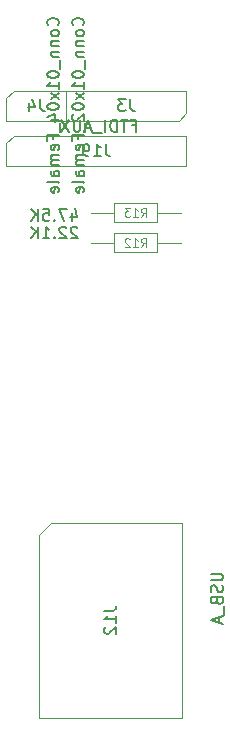
<source format=gbr>
G04 #@! TF.GenerationSoftware,KiCad,Pcbnew,(5.0.1)-4*
G04 #@! TF.CreationDate,2019-08-26T10:27:06+03:00*
G04 #@! TF.ProjectId,CP2102-breakout,4350323130322D627265616B6F75742E,rev?*
G04 #@! TF.SameCoordinates,Original*
G04 #@! TF.FileFunction,Other,Fab,Bot*
%FSLAX46Y46*%
G04 Gerber Fmt 4.6, Leading zero omitted, Abs format (unit mm)*
G04 Created by KiCad (PCBNEW (5.0.1)-4) date 26/08/2019 10:27:06*
%MOMM*%
%LPD*%
G01*
G04 APERTURE LIST*
%ADD10C,0.100000*%
%ADD11C,0.150000*%
%ADD12C,0.108000*%
G04 APERTURE END LIST*
D10*
G04 #@! TO.C,J12*
X39650000Y-49040000D02*
X39650000Y-64540000D01*
X39650000Y-64540000D02*
X51750000Y-64540000D01*
X51750000Y-64540000D02*
X51750000Y-48040000D01*
X51750000Y-48040000D02*
X40650000Y-48040000D01*
X40650000Y-48040000D02*
X39650000Y-49040000D01*
G04 #@! TO.C,J4*
X36830000Y-12065000D02*
X36830000Y-13970000D01*
X36830000Y-13970000D02*
X41910000Y-13970000D01*
X41910000Y-13970000D02*
X41910000Y-11430000D01*
X41910000Y-11430000D02*
X37465000Y-11430000D01*
X37465000Y-11430000D02*
X36830000Y-12065000D01*
G04 #@! TO.C,J3*
X52070000Y-13335000D02*
X52070000Y-11430000D01*
X52070000Y-11430000D02*
X41910000Y-11430000D01*
X41910000Y-11430000D02*
X41910000Y-13970000D01*
X41910000Y-13970000D02*
X51435000Y-13970000D01*
X51435000Y-13970000D02*
X52070000Y-13335000D01*
G04 #@! TO.C,J19*
X37465000Y-15240000D02*
X36830000Y-15875000D01*
X52070000Y-15240000D02*
X37465000Y-15240000D01*
X52070000Y-17780000D02*
X52070000Y-15240000D01*
X36830000Y-17780000D02*
X52070000Y-17780000D01*
X36830000Y-15875000D02*
X36830000Y-17780000D01*
G04 #@! TO.C,R13*
X51600000Y-21780000D02*
X49590000Y-21780000D01*
X43980000Y-21780000D02*
X45990000Y-21780000D01*
X49590000Y-22580000D02*
X45990000Y-22580000D01*
X49590000Y-20980000D02*
X49590000Y-22580000D01*
X45990000Y-20980000D02*
X49590000Y-20980000D01*
X45990000Y-22580000D02*
X45990000Y-20980000D01*
G04 #@! TO.C,R12*
X51600000Y-24320000D02*
X49590000Y-24320000D01*
X43980000Y-24320000D02*
X45990000Y-24320000D01*
X49590000Y-25120000D02*
X45990000Y-25120000D01*
X49590000Y-23520000D02*
X49590000Y-25120000D01*
X45990000Y-23520000D02*
X49590000Y-23520000D01*
X45990000Y-25120000D02*
X45990000Y-23520000D01*
G04 #@! TD*
G04 #@! TO.C,J12*
D11*
X54172380Y-52323571D02*
X54981904Y-52323571D01*
X55077142Y-52371190D01*
X55124761Y-52418809D01*
X55172380Y-52514047D01*
X55172380Y-52704523D01*
X55124761Y-52799761D01*
X55077142Y-52847380D01*
X54981904Y-52895000D01*
X54172380Y-52895000D01*
X55124761Y-53323571D02*
X55172380Y-53466428D01*
X55172380Y-53704523D01*
X55124761Y-53799761D01*
X55077142Y-53847380D01*
X54981904Y-53895000D01*
X54886666Y-53895000D01*
X54791428Y-53847380D01*
X54743809Y-53799761D01*
X54696190Y-53704523D01*
X54648571Y-53514047D01*
X54600952Y-53418809D01*
X54553333Y-53371190D01*
X54458095Y-53323571D01*
X54362857Y-53323571D01*
X54267619Y-53371190D01*
X54220000Y-53418809D01*
X54172380Y-53514047D01*
X54172380Y-53752142D01*
X54220000Y-53895000D01*
X54648571Y-54656904D02*
X54696190Y-54799761D01*
X54743809Y-54847380D01*
X54839047Y-54895000D01*
X54981904Y-54895000D01*
X55077142Y-54847380D01*
X55124761Y-54799761D01*
X55172380Y-54704523D01*
X55172380Y-54323571D01*
X54172380Y-54323571D01*
X54172380Y-54656904D01*
X54220000Y-54752142D01*
X54267619Y-54799761D01*
X54362857Y-54847380D01*
X54458095Y-54847380D01*
X54553333Y-54799761D01*
X54600952Y-54752142D01*
X54648571Y-54656904D01*
X54648571Y-54323571D01*
X55267619Y-55085476D02*
X55267619Y-55847380D01*
X54886666Y-56037857D02*
X54886666Y-56514047D01*
X55172380Y-55942619D02*
X54172380Y-56275952D01*
X55172380Y-56609285D01*
X45152380Y-55480476D02*
X45866666Y-55480476D01*
X46009523Y-55432857D01*
X46104761Y-55337619D01*
X46152380Y-55194761D01*
X46152380Y-55099523D01*
X46152380Y-56480476D02*
X46152380Y-55909047D01*
X46152380Y-56194761D02*
X45152380Y-56194761D01*
X45295238Y-56099523D01*
X45390476Y-56004285D01*
X45438095Y-55909047D01*
X45247619Y-56861428D02*
X45200000Y-56909047D01*
X45152380Y-57004285D01*
X45152380Y-57242380D01*
X45200000Y-57337619D01*
X45247619Y-57385238D01*
X45342857Y-57432857D01*
X45438095Y-57432857D01*
X45580952Y-57385238D01*
X46152380Y-56813809D01*
X46152380Y-57432857D01*
G04 #@! TO.C,J4*
X43327142Y-5914285D02*
X43374761Y-5866666D01*
X43422380Y-5723809D01*
X43422380Y-5628571D01*
X43374761Y-5485714D01*
X43279523Y-5390476D01*
X43184285Y-5342857D01*
X42993809Y-5295238D01*
X42850952Y-5295238D01*
X42660476Y-5342857D01*
X42565238Y-5390476D01*
X42470000Y-5485714D01*
X42422380Y-5628571D01*
X42422380Y-5723809D01*
X42470000Y-5866666D01*
X42517619Y-5914285D01*
X43422380Y-6485714D02*
X43374761Y-6390476D01*
X43327142Y-6342857D01*
X43231904Y-6295238D01*
X42946190Y-6295238D01*
X42850952Y-6342857D01*
X42803333Y-6390476D01*
X42755714Y-6485714D01*
X42755714Y-6628571D01*
X42803333Y-6723809D01*
X42850952Y-6771428D01*
X42946190Y-6819047D01*
X43231904Y-6819047D01*
X43327142Y-6771428D01*
X43374761Y-6723809D01*
X43422380Y-6628571D01*
X43422380Y-6485714D01*
X42755714Y-7247619D02*
X43422380Y-7247619D01*
X42850952Y-7247619D02*
X42803333Y-7295238D01*
X42755714Y-7390476D01*
X42755714Y-7533333D01*
X42803333Y-7628571D01*
X42898571Y-7676190D01*
X43422380Y-7676190D01*
X42755714Y-8152380D02*
X43422380Y-8152380D01*
X42850952Y-8152380D02*
X42803333Y-8200000D01*
X42755714Y-8295238D01*
X42755714Y-8438095D01*
X42803333Y-8533333D01*
X42898571Y-8580952D01*
X43422380Y-8580952D01*
X43517619Y-8819047D02*
X43517619Y-9580952D01*
X42422380Y-10009523D02*
X42422380Y-10104761D01*
X42470000Y-10200000D01*
X42517619Y-10247619D01*
X42612857Y-10295238D01*
X42803333Y-10342857D01*
X43041428Y-10342857D01*
X43231904Y-10295238D01*
X43327142Y-10247619D01*
X43374761Y-10200000D01*
X43422380Y-10104761D01*
X43422380Y-10009523D01*
X43374761Y-9914285D01*
X43327142Y-9866666D01*
X43231904Y-9819047D01*
X43041428Y-9771428D01*
X42803333Y-9771428D01*
X42612857Y-9819047D01*
X42517619Y-9866666D01*
X42470000Y-9914285D01*
X42422380Y-10009523D01*
X43422380Y-11295238D02*
X43422380Y-10723809D01*
X43422380Y-11009523D02*
X42422380Y-11009523D01*
X42565238Y-10914285D01*
X42660476Y-10819047D01*
X42708095Y-10723809D01*
X43422380Y-11628571D02*
X42755714Y-12152380D01*
X42755714Y-11628571D02*
X43422380Y-12152380D01*
X42422380Y-12723809D02*
X42422380Y-12819047D01*
X42470000Y-12914285D01*
X42517619Y-12961904D01*
X42612857Y-13009523D01*
X42803333Y-13057142D01*
X43041428Y-13057142D01*
X43231904Y-13009523D01*
X43327142Y-12961904D01*
X43374761Y-12914285D01*
X43422380Y-12819047D01*
X43422380Y-12723809D01*
X43374761Y-12628571D01*
X43327142Y-12580952D01*
X43231904Y-12533333D01*
X43041428Y-12485714D01*
X42803333Y-12485714D01*
X42612857Y-12533333D01*
X42517619Y-12580952D01*
X42470000Y-12628571D01*
X42422380Y-12723809D01*
X42517619Y-13438095D02*
X42470000Y-13485714D01*
X42422380Y-13580952D01*
X42422380Y-13819047D01*
X42470000Y-13914285D01*
X42517619Y-13961904D01*
X42612857Y-14009523D01*
X42708095Y-14009523D01*
X42850952Y-13961904D01*
X43422380Y-13390476D01*
X43422380Y-14009523D01*
X43517619Y-14200000D02*
X43517619Y-14961904D01*
X42898571Y-15533333D02*
X42898571Y-15200000D01*
X43422380Y-15200000D02*
X42422380Y-15200000D01*
X42422380Y-15676190D01*
X43374761Y-16438095D02*
X43422380Y-16342857D01*
X43422380Y-16152380D01*
X43374761Y-16057142D01*
X43279523Y-16009523D01*
X42898571Y-16009523D01*
X42803333Y-16057142D01*
X42755714Y-16152380D01*
X42755714Y-16342857D01*
X42803333Y-16438095D01*
X42898571Y-16485714D01*
X42993809Y-16485714D01*
X43089047Y-16009523D01*
X43422380Y-16914285D02*
X42755714Y-16914285D01*
X42850952Y-16914285D02*
X42803333Y-16961904D01*
X42755714Y-17057142D01*
X42755714Y-17200000D01*
X42803333Y-17295238D01*
X42898571Y-17342857D01*
X43422380Y-17342857D01*
X42898571Y-17342857D02*
X42803333Y-17390476D01*
X42755714Y-17485714D01*
X42755714Y-17628571D01*
X42803333Y-17723809D01*
X42898571Y-17771428D01*
X43422380Y-17771428D01*
X43422380Y-18676190D02*
X42898571Y-18676190D01*
X42803333Y-18628571D01*
X42755714Y-18533333D01*
X42755714Y-18342857D01*
X42803333Y-18247619D01*
X43374761Y-18676190D02*
X43422380Y-18580952D01*
X43422380Y-18342857D01*
X43374761Y-18247619D01*
X43279523Y-18200000D01*
X43184285Y-18200000D01*
X43089047Y-18247619D01*
X43041428Y-18342857D01*
X43041428Y-18580952D01*
X42993809Y-18676190D01*
X43422380Y-19295238D02*
X43374761Y-19200000D01*
X43279523Y-19152380D01*
X42422380Y-19152380D01*
X43374761Y-20057142D02*
X43422380Y-19961904D01*
X43422380Y-19771428D01*
X43374761Y-19676190D01*
X43279523Y-19628571D01*
X42898571Y-19628571D01*
X42803333Y-19676190D01*
X42755714Y-19771428D01*
X42755714Y-19961904D01*
X42803333Y-20057142D01*
X42898571Y-20104761D01*
X42993809Y-20104761D01*
X43089047Y-19628571D01*
X39703333Y-12152380D02*
X39703333Y-12866666D01*
X39750952Y-13009523D01*
X39846190Y-13104761D01*
X39989047Y-13152380D01*
X40084285Y-13152380D01*
X38798571Y-12485714D02*
X38798571Y-13152380D01*
X39036666Y-12104761D02*
X39274761Y-12819047D01*
X38655714Y-12819047D01*
G04 #@! TO.C,J3*
X41207142Y-5914285D02*
X41254761Y-5866666D01*
X41302380Y-5723809D01*
X41302380Y-5628571D01*
X41254761Y-5485714D01*
X41159523Y-5390476D01*
X41064285Y-5342857D01*
X40873809Y-5295238D01*
X40730952Y-5295238D01*
X40540476Y-5342857D01*
X40445238Y-5390476D01*
X40350000Y-5485714D01*
X40302380Y-5628571D01*
X40302380Y-5723809D01*
X40350000Y-5866666D01*
X40397619Y-5914285D01*
X41302380Y-6485714D02*
X41254761Y-6390476D01*
X41207142Y-6342857D01*
X41111904Y-6295238D01*
X40826190Y-6295238D01*
X40730952Y-6342857D01*
X40683333Y-6390476D01*
X40635714Y-6485714D01*
X40635714Y-6628571D01*
X40683333Y-6723809D01*
X40730952Y-6771428D01*
X40826190Y-6819047D01*
X41111904Y-6819047D01*
X41207142Y-6771428D01*
X41254761Y-6723809D01*
X41302380Y-6628571D01*
X41302380Y-6485714D01*
X40635714Y-7247619D02*
X41302380Y-7247619D01*
X40730952Y-7247619D02*
X40683333Y-7295238D01*
X40635714Y-7390476D01*
X40635714Y-7533333D01*
X40683333Y-7628571D01*
X40778571Y-7676190D01*
X41302380Y-7676190D01*
X40635714Y-8152380D02*
X41302380Y-8152380D01*
X40730952Y-8152380D02*
X40683333Y-8200000D01*
X40635714Y-8295238D01*
X40635714Y-8438095D01*
X40683333Y-8533333D01*
X40778571Y-8580952D01*
X41302380Y-8580952D01*
X41397619Y-8819047D02*
X41397619Y-9580952D01*
X40302380Y-10009523D02*
X40302380Y-10104761D01*
X40350000Y-10200000D01*
X40397619Y-10247619D01*
X40492857Y-10295238D01*
X40683333Y-10342857D01*
X40921428Y-10342857D01*
X41111904Y-10295238D01*
X41207142Y-10247619D01*
X41254761Y-10200000D01*
X41302380Y-10104761D01*
X41302380Y-10009523D01*
X41254761Y-9914285D01*
X41207142Y-9866666D01*
X41111904Y-9819047D01*
X40921428Y-9771428D01*
X40683333Y-9771428D01*
X40492857Y-9819047D01*
X40397619Y-9866666D01*
X40350000Y-9914285D01*
X40302380Y-10009523D01*
X41302380Y-11295238D02*
X41302380Y-10723809D01*
X41302380Y-11009523D02*
X40302380Y-11009523D01*
X40445238Y-10914285D01*
X40540476Y-10819047D01*
X40588095Y-10723809D01*
X41302380Y-11628571D02*
X40635714Y-12152380D01*
X40635714Y-11628571D02*
X41302380Y-12152380D01*
X40302380Y-12723809D02*
X40302380Y-12819047D01*
X40350000Y-12914285D01*
X40397619Y-12961904D01*
X40492857Y-13009523D01*
X40683333Y-13057142D01*
X40921428Y-13057142D01*
X41111904Y-13009523D01*
X41207142Y-12961904D01*
X41254761Y-12914285D01*
X41302380Y-12819047D01*
X41302380Y-12723809D01*
X41254761Y-12628571D01*
X41207142Y-12580952D01*
X41111904Y-12533333D01*
X40921428Y-12485714D01*
X40683333Y-12485714D01*
X40492857Y-12533333D01*
X40397619Y-12580952D01*
X40350000Y-12628571D01*
X40302380Y-12723809D01*
X40635714Y-13914285D02*
X41302380Y-13914285D01*
X40254761Y-13676190D02*
X40969047Y-13438095D01*
X40969047Y-14057142D01*
X41397619Y-14200000D02*
X41397619Y-14961904D01*
X40778571Y-15533333D02*
X40778571Y-15200000D01*
X41302380Y-15200000D02*
X40302380Y-15200000D01*
X40302380Y-15676190D01*
X41254761Y-16438095D02*
X41302380Y-16342857D01*
X41302380Y-16152380D01*
X41254761Y-16057142D01*
X41159523Y-16009523D01*
X40778571Y-16009523D01*
X40683333Y-16057142D01*
X40635714Y-16152380D01*
X40635714Y-16342857D01*
X40683333Y-16438095D01*
X40778571Y-16485714D01*
X40873809Y-16485714D01*
X40969047Y-16009523D01*
X41302380Y-16914285D02*
X40635714Y-16914285D01*
X40730952Y-16914285D02*
X40683333Y-16961904D01*
X40635714Y-17057142D01*
X40635714Y-17200000D01*
X40683333Y-17295238D01*
X40778571Y-17342857D01*
X41302380Y-17342857D01*
X40778571Y-17342857D02*
X40683333Y-17390476D01*
X40635714Y-17485714D01*
X40635714Y-17628571D01*
X40683333Y-17723809D01*
X40778571Y-17771428D01*
X41302380Y-17771428D01*
X41302380Y-18676190D02*
X40778571Y-18676190D01*
X40683333Y-18628571D01*
X40635714Y-18533333D01*
X40635714Y-18342857D01*
X40683333Y-18247619D01*
X41254761Y-18676190D02*
X41302380Y-18580952D01*
X41302380Y-18342857D01*
X41254761Y-18247619D01*
X41159523Y-18200000D01*
X41064285Y-18200000D01*
X40969047Y-18247619D01*
X40921428Y-18342857D01*
X40921428Y-18580952D01*
X40873809Y-18676190D01*
X41302380Y-19295238D02*
X41254761Y-19200000D01*
X41159523Y-19152380D01*
X40302380Y-19152380D01*
X41254761Y-20057142D02*
X41302380Y-19961904D01*
X41302380Y-19771428D01*
X41254761Y-19676190D01*
X41159523Y-19628571D01*
X40778571Y-19628571D01*
X40683333Y-19676190D01*
X40635714Y-19771428D01*
X40635714Y-19961904D01*
X40683333Y-20057142D01*
X40778571Y-20104761D01*
X40873809Y-20104761D01*
X40969047Y-19628571D01*
X47323333Y-12152380D02*
X47323333Y-12866666D01*
X47370952Y-13009523D01*
X47466190Y-13104761D01*
X47609047Y-13152380D01*
X47704285Y-13152380D01*
X46942380Y-12152380D02*
X46323333Y-12152380D01*
X46656666Y-12533333D01*
X46513809Y-12533333D01*
X46418571Y-12580952D01*
X46370952Y-12628571D01*
X46323333Y-12723809D01*
X46323333Y-12961904D01*
X46370952Y-13057142D01*
X46418571Y-13104761D01*
X46513809Y-13152380D01*
X46799523Y-13152380D01*
X46894761Y-13104761D01*
X46942380Y-13057142D01*
G04 #@! TO.C,J19*
X47495714Y-14378571D02*
X47829047Y-14378571D01*
X47829047Y-14902380D02*
X47829047Y-13902380D01*
X47352857Y-13902380D01*
X47114761Y-13902380D02*
X46543333Y-13902380D01*
X46829047Y-14902380D02*
X46829047Y-13902380D01*
X46210000Y-14902380D02*
X46210000Y-13902380D01*
X45971904Y-13902380D01*
X45829047Y-13950000D01*
X45733809Y-14045238D01*
X45686190Y-14140476D01*
X45638571Y-14330952D01*
X45638571Y-14473809D01*
X45686190Y-14664285D01*
X45733809Y-14759523D01*
X45829047Y-14854761D01*
X45971904Y-14902380D01*
X46210000Y-14902380D01*
X45210000Y-14902380D02*
X45210000Y-13902380D01*
X44971904Y-14997619D02*
X44210000Y-14997619D01*
X44019523Y-14616666D02*
X43543333Y-14616666D01*
X44114761Y-14902380D02*
X43781428Y-13902380D01*
X43448095Y-14902380D01*
X43114761Y-13902380D02*
X43114761Y-14711904D01*
X43067142Y-14807142D01*
X43019523Y-14854761D01*
X42924285Y-14902380D01*
X42733809Y-14902380D01*
X42638571Y-14854761D01*
X42590952Y-14807142D01*
X42543333Y-14711904D01*
X42543333Y-13902380D01*
X42162380Y-13902380D02*
X41495714Y-14902380D01*
X41495714Y-13902380D02*
X42162380Y-14902380D01*
X45259523Y-15962380D02*
X45259523Y-16676666D01*
X45307142Y-16819523D01*
X45402380Y-16914761D01*
X45545238Y-16962380D01*
X45640476Y-16962380D01*
X44259523Y-16962380D02*
X44830952Y-16962380D01*
X44545238Y-16962380D02*
X44545238Y-15962380D01*
X44640476Y-16105238D01*
X44735714Y-16200476D01*
X44830952Y-16248095D01*
X43783333Y-16962380D02*
X43592857Y-16962380D01*
X43497619Y-16914761D01*
X43450000Y-16867142D01*
X43354761Y-16724285D01*
X43307142Y-16533809D01*
X43307142Y-16152857D01*
X43354761Y-16057619D01*
X43402380Y-16010000D01*
X43497619Y-15962380D01*
X43688095Y-15962380D01*
X43783333Y-16010000D01*
X43830952Y-16057619D01*
X43878571Y-16152857D01*
X43878571Y-16390952D01*
X43830952Y-16486190D01*
X43783333Y-16533809D01*
X43688095Y-16581428D01*
X43497619Y-16581428D01*
X43402380Y-16533809D01*
X43354761Y-16486190D01*
X43307142Y-16390952D01*
G04 #@! TO.C,R13*
X42400000Y-21785714D02*
X42400000Y-22452380D01*
X42638095Y-21404761D02*
X42876190Y-22119047D01*
X42257142Y-22119047D01*
X41971428Y-21452380D02*
X41304761Y-21452380D01*
X41733333Y-22452380D01*
X40923809Y-22357142D02*
X40876190Y-22404761D01*
X40923809Y-22452380D01*
X40971428Y-22404761D01*
X40923809Y-22357142D01*
X40923809Y-22452380D01*
X39971428Y-21452380D02*
X40447619Y-21452380D01*
X40495238Y-21928571D01*
X40447619Y-21880952D01*
X40352380Y-21833333D01*
X40114285Y-21833333D01*
X40019047Y-21880952D01*
X39971428Y-21928571D01*
X39923809Y-22023809D01*
X39923809Y-22261904D01*
X39971428Y-22357142D01*
X40019047Y-22404761D01*
X40114285Y-22452380D01*
X40352380Y-22452380D01*
X40447619Y-22404761D01*
X40495238Y-22357142D01*
X39495238Y-22452380D02*
X39495238Y-21452380D01*
X38923809Y-22452380D02*
X39352380Y-21880952D01*
X38923809Y-21452380D02*
X39495238Y-22023809D01*
D12*
X48252857Y-22105714D02*
X48492857Y-21762857D01*
X48664285Y-22105714D02*
X48664285Y-21385714D01*
X48390000Y-21385714D01*
X48321428Y-21420000D01*
X48287142Y-21454285D01*
X48252857Y-21522857D01*
X48252857Y-21625714D01*
X48287142Y-21694285D01*
X48321428Y-21728571D01*
X48390000Y-21762857D01*
X48664285Y-21762857D01*
X47567142Y-22105714D02*
X47978571Y-22105714D01*
X47772857Y-22105714D02*
X47772857Y-21385714D01*
X47841428Y-21488571D01*
X47910000Y-21557142D01*
X47978571Y-21591428D01*
X47327142Y-21385714D02*
X46881428Y-21385714D01*
X47121428Y-21660000D01*
X47018571Y-21660000D01*
X46950000Y-21694285D01*
X46915714Y-21728571D01*
X46881428Y-21797142D01*
X46881428Y-21968571D01*
X46915714Y-22037142D01*
X46950000Y-22071428D01*
X47018571Y-22105714D01*
X47224285Y-22105714D01*
X47292857Y-22071428D01*
X47327142Y-22037142D01*
G04 #@! TO.C,R12*
D11*
X42876190Y-23047619D02*
X42828571Y-23000000D01*
X42733333Y-22952380D01*
X42495238Y-22952380D01*
X42400000Y-23000000D01*
X42352380Y-23047619D01*
X42304761Y-23142857D01*
X42304761Y-23238095D01*
X42352380Y-23380952D01*
X42923809Y-23952380D01*
X42304761Y-23952380D01*
X41923809Y-23047619D02*
X41876190Y-23000000D01*
X41780952Y-22952380D01*
X41542857Y-22952380D01*
X41447619Y-23000000D01*
X41400000Y-23047619D01*
X41352380Y-23142857D01*
X41352380Y-23238095D01*
X41400000Y-23380952D01*
X41971428Y-23952380D01*
X41352380Y-23952380D01*
X40923809Y-23857142D02*
X40876190Y-23904761D01*
X40923809Y-23952380D01*
X40971428Y-23904761D01*
X40923809Y-23857142D01*
X40923809Y-23952380D01*
X39923809Y-23952380D02*
X40495238Y-23952380D01*
X40209523Y-23952380D02*
X40209523Y-22952380D01*
X40304761Y-23095238D01*
X40400000Y-23190476D01*
X40495238Y-23238095D01*
X39495238Y-23952380D02*
X39495238Y-22952380D01*
X38923809Y-23952380D02*
X39352380Y-23380952D01*
X38923809Y-22952380D02*
X39495238Y-23523809D01*
D12*
X48252857Y-24645714D02*
X48492857Y-24302857D01*
X48664285Y-24645714D02*
X48664285Y-23925714D01*
X48390000Y-23925714D01*
X48321428Y-23960000D01*
X48287142Y-23994285D01*
X48252857Y-24062857D01*
X48252857Y-24165714D01*
X48287142Y-24234285D01*
X48321428Y-24268571D01*
X48390000Y-24302857D01*
X48664285Y-24302857D01*
X47567142Y-24645714D02*
X47978571Y-24645714D01*
X47772857Y-24645714D02*
X47772857Y-23925714D01*
X47841428Y-24028571D01*
X47910000Y-24097142D01*
X47978571Y-24131428D01*
X47292857Y-23994285D02*
X47258571Y-23960000D01*
X47190000Y-23925714D01*
X47018571Y-23925714D01*
X46950000Y-23960000D01*
X46915714Y-23994285D01*
X46881428Y-24062857D01*
X46881428Y-24131428D01*
X46915714Y-24234285D01*
X47327142Y-24645714D01*
X46881428Y-24645714D01*
G04 #@! TD*
M02*

</source>
